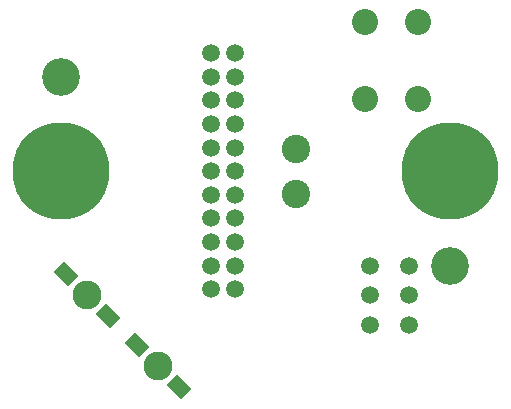
<source format=gbs>
G04*
G04 #@! TF.GenerationSoftware,Altium Limited,Altium Designer,20.1.8 (145)*
G04*
G04 Layer_Color=16711935*
%FSTAX43Y43*%
%MOMM*%
G71*
G04*
G04 #@! TF.SameCoordinates,A8A15C78-E013-4D0F-9F8A-AB315E05CE4F*
G04*
G04*
G04 #@! TF.FilePolarity,Negative*
G04*
G01*
G75*
%ADD10C,1.503*%
%ADD11C,2.403*%
%ADD12C,3.203*%
%ADD13C,2.203*%
%ADD14C,2.453*%
%ADD15C,8.203*%
G04:AMPARAMS|DCode=25|XSize=1.703mm|YSize=1.203mm|CornerRadius=0mm|HoleSize=0mm|Usage=FLASHONLY|Rotation=135.000|XOffset=0mm|YOffset=0mm|HoleType=Round|Shape=Rectangle|*
%AMROTATEDRECTD25*
4,1,4,1.028,-0.177,0.177,-1.028,-1.028,0.177,-0.177,1.028,1.028,-0.177,0.0*
%
%ADD25ROTATEDRECTD25*%

D10*
X009325Y0085D02*
D03*
Y0083D02*
D03*
Y0081D02*
D03*
Y0079D02*
D03*
Y0077D02*
D03*
Y0075D02*
D03*
Y0073D02*
D03*
Y0071D02*
D03*
Y0069D02*
D03*
Y0067D02*
D03*
Y0065D02*
D03*
X009125Y0081D02*
D03*
Y0083D02*
D03*
Y0085D02*
D03*
Y0073D02*
D03*
Y0075D02*
D03*
Y0077D02*
D03*
Y0079D02*
D03*
Y0065D02*
D03*
Y0067D02*
D03*
Y0069D02*
D03*
Y0071D02*
D03*
X01047Y0067D02*
D03*
Y00645D02*
D03*
Y0062D02*
D03*
X0108Y0067D02*
D03*
Y00645D02*
D03*
Y0062D02*
D03*
D11*
X00984Y007305D02*
D03*
Y007686D02*
D03*
D12*
X01115Y0067D02*
D03*
X00785Y0083D02*
D03*
D13*
X0104289Y0081095D02*
D03*
X0108789D02*
D03*
X0104289Y0087595D02*
D03*
X0108789D02*
D03*
D14*
X008075Y00645D02*
D03*
X008675Y00585D02*
D03*
D15*
X01115Y0075D02*
D03*
X00785D02*
D03*
D25*
X0082535Y0062715D02*
D03*
X0078965Y0066285D02*
D03*
X0088535Y0056715D02*
D03*
X0084965Y0060285D02*
D03*
M02*

</source>
